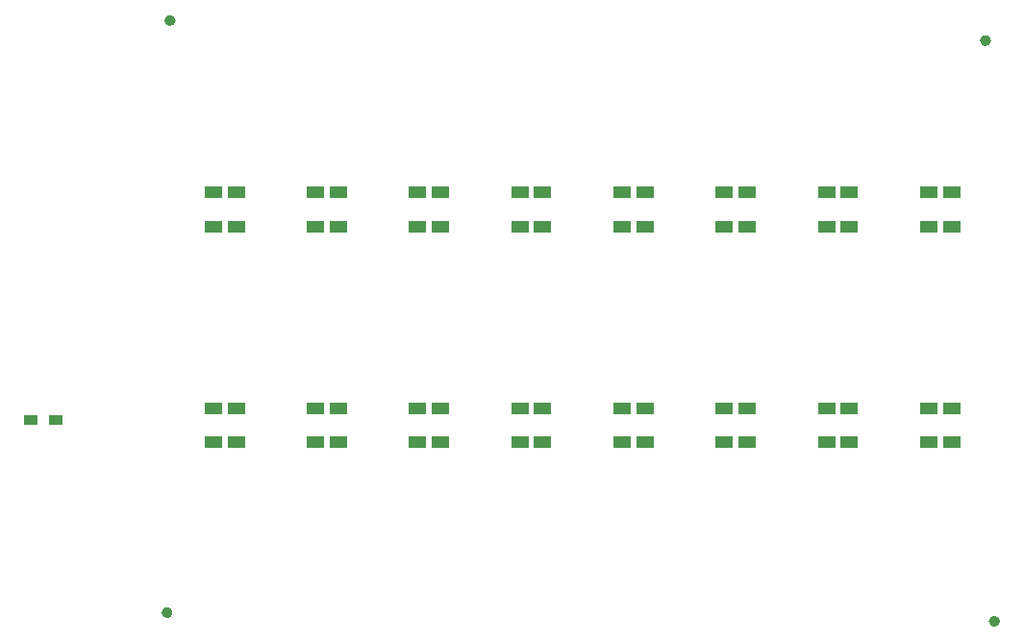
<source format=gtp>
G04 #@! TF.GenerationSoftware,KiCad,Pcbnew,(5.1.6-0-10_14)*
G04 #@! TF.CreationDate,2021-06-29T19:39:51+09:00*
G04 #@! TF.ProjectId,qPCR-photodiode,71504352-2d70-4686-9f74-6f64696f6465,rev?*
G04 #@! TF.SameCoordinates,Original*
G04 #@! TF.FileFunction,Paste,Top*
G04 #@! TF.FilePolarity,Positive*
%FSLAX46Y46*%
G04 Gerber Fmt 4.6, Leading zero omitted, Abs format (unit mm)*
G04 Created by KiCad (PCBNEW (5.1.6-0-10_14)) date 2021-06-29 19:39:51*
%MOMM*%
%LPD*%
G01*
G04 APERTURE LIST*
%ADD10C,0.475000*%
%ADD11R,1.600000X1.000000*%
%ADD12R,1.200000X0.900000*%
G04 APERTURE END LIST*
D10*
X101997500Y-73840000D02*
G75*
G03*
X101997500Y-73840000I-237500J0D01*
G01*
X173807500Y-75610000D02*
G75*
G03*
X173807500Y-75610000I-237500J0D01*
G01*
X174587500Y-126770000D02*
G75*
G03*
X174587500Y-126770000I-237500J0D01*
G01*
X101737500Y-126000000D02*
G75*
G03*
X101737500Y-126000000I-237500J0D01*
G01*
D11*
X105578789Y-88998367D03*
X105578789Y-91998367D03*
X107578789Y-91998367D03*
X107578789Y-88998367D03*
X105578789Y-107997934D03*
X105578789Y-110997934D03*
X107578789Y-110997934D03*
X107578789Y-107997934D03*
X114578789Y-107997934D03*
X114578789Y-110997934D03*
X116578789Y-110997934D03*
X116578789Y-107997934D03*
X123578789Y-107997934D03*
X123578789Y-110997934D03*
X125578789Y-110997934D03*
X125578789Y-107997934D03*
X132578789Y-107997934D03*
X132578789Y-110997934D03*
X134578789Y-110997934D03*
X134578789Y-107997934D03*
X141578789Y-110997934D03*
X141578789Y-107997934D03*
X143578789Y-107997934D03*
X143578789Y-110997934D03*
X150578789Y-110997934D03*
X150578789Y-107997934D03*
X152578789Y-107997934D03*
X152578789Y-110997934D03*
X159578789Y-110997934D03*
X159578789Y-107997934D03*
X161578789Y-107997934D03*
X161578789Y-110997934D03*
X168578789Y-110997934D03*
X168578789Y-107997934D03*
X170578789Y-107997934D03*
X170578789Y-110997934D03*
X114578789Y-88998367D03*
X114578789Y-91998367D03*
X116578789Y-91998367D03*
X116578789Y-88998367D03*
X123578789Y-88998367D03*
X123578789Y-91998367D03*
X125578789Y-91998367D03*
X125578789Y-88998367D03*
X132578789Y-88998367D03*
X132578789Y-91998367D03*
X134578789Y-91998367D03*
X134578789Y-88998367D03*
X141578789Y-91998367D03*
X141578789Y-88998367D03*
X143578789Y-88998367D03*
X143578789Y-91998367D03*
X150578789Y-91998367D03*
X150578789Y-88998367D03*
X152578789Y-88998367D03*
X152578789Y-91998367D03*
X159578789Y-91998367D03*
X159578789Y-88998367D03*
X161578789Y-88998367D03*
X161578789Y-91998367D03*
X168578789Y-91998367D03*
X168578789Y-88998367D03*
X170578789Y-88998367D03*
X170578789Y-91998367D03*
D12*
X89540000Y-109000000D03*
X91740000Y-109000000D03*
M02*

</source>
